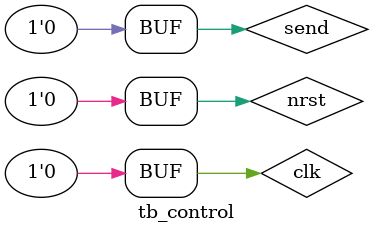
<source format=v>
`timescale 1ns / 1ps

module tb_control;

	// Inputs
	reg clk;
	reg nrst;
	reg send;

	// Outputs
	wire shift_en;
	wire done;
	wire load;
	wire ss;
	wire clk_en;

	// Instantiate the Unit Under Test (UUT)
	control uut (
		.clk(clk), 
		.nrst(nrst), 
		.send(send), 
		.shift_en(shift_en), 
		.done(done), 
		.load(load), 
		.ss(ss), 
		.clk_en(clk_en)
	);

	initial begin
		// Initialize Inputs
		clk = 0;
		nrst = 0;
		send = 0;

		// Wait 100 ns for global reset to finish
		#100;
        
		// Add stimulus here

	end
      
endmodule


</source>
